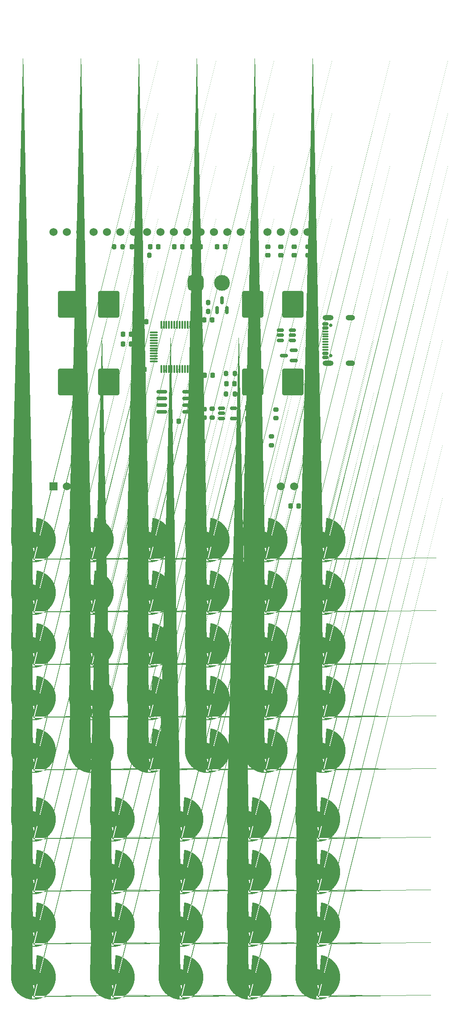
<source format=gts>
%TF.GenerationSoftware,KiCad,Pcbnew,8.0.1*%
%TF.CreationDate,2024-05-18T23:09:03+02:00*%
%TF.ProjectId,DM50,444d3530-2e6b-4696-9361-645f70636258,rev?*%
%TF.SameCoordinates,Original*%
%TF.FileFunction,Soldermask,Top*%
%TF.FilePolarity,Negative*%
%FSLAX46Y46*%
G04 Gerber Fmt 4.6, Leading zero omitted, Abs format (unit mm)*
G04 Created by KiCad (PCBNEW 8.0.1) date 2024-05-18 23:09:03*
%MOMM*%
%LPD*%
G01*
G04 APERTURE LIST*
G04 Aperture macros list*
%AMRoundRect*
0 Rectangle with rounded corners*
0 $1 Rounding radius*
0 $2 $3 $4 $5 $6 $7 $8 $9 X,Y pos of 4 corners*
0 Add a 4 corners polygon primitive as box body*
4,1,4,$2,$3,$4,$5,$6,$7,$8,$9,$2,$3,0*
0 Add four circle primitives for the rounded corners*
1,1,$1+$1,$2,$3*
1,1,$1+$1,$4,$5*
1,1,$1+$1,$6,$7*
1,1,$1+$1,$8,$9*
0 Add four rect primitives between the rounded corners*
20,1,$1+$1,$2,$3,$4,$5,0*
20,1,$1+$1,$4,$5,$6,$7,0*
20,1,$1+$1,$6,$7,$8,$9,0*
20,1,$1+$1,$8,$9,$2,$3,0*%
%AMFreePoly0*
4,1,39,-0.648508,1.451192,-0.414662,1.370913,-0.197219,1.253238,-0.002109,1.101379,0.165343,0.919476,0.300572,0.712493,0.399888,0.486075,0.460583,0.246398,0.481000,0.000000,0.460583,-0.246398,0.399888,-0.486075,0.300572,-0.712493,0.165343,-0.919476,-0.002109,-1.101379,-0.197219,-1.253238,-0.414662,-1.370913,-0.648508,-1.451192,-0.892379,-1.491887,-1.139621,-1.491887,-1.383492,-1.451192,
-1.617338,-1.370913,-1.834781,-1.253238,-2.029891,-1.101379,-2.197343,-0.919476,-2.332572,-0.712493,-2.431888,-0.486075,-2.492583,-0.246398,-2.513000,0.000000,-2.492583,0.246398,-2.431888,0.486075,-2.332572,0.712493,-2.197343,0.919476,-2.029891,1.101379,-1.834781,1.253238,-1.617338,1.370913,-1.383492,1.451192,-1.139621,1.491887,-0.892379,1.491887,-0.648508,1.451192,-0.648508,1.451192,
$1*%
%AMFreePoly1*
4,1,113,0.604838,8.006741,1.001975,7.930199,1.390039,7.816253,1.765514,7.665936,2.125000,7.480608,2.465242,7.261948,2.783158,7.011936,3.075870,6.732836,3.340726,6.427176,3.575328,6.097723,3.777551,5.747463,3.945564,5.379565,4.077845,4.997363,4.173197,4.604318,4.230756,4.203988,4.250000,3.800000,4.230756,3.396012,4.173197,2.995682,4.077845,2.602637,3.945564,2.220435,
3.777551,1.852537,3.575328,1.502277,3.340726,1.172824,3.075870,0.867164,2.783158,0.588064,2.465242,0.338052,2.125000,0.119392,1.765514,-0.065936,1.390039,-0.216253,1.001975,-0.330199,0.604838,-0.406741,0.202223,-0.445186,-0.202223,-0.445186,-0.604838,-0.406741,-1.001975,-0.330199,-1.390039,-0.216253,-1.765514,-0.065936,-2.125000,0.119392,-2.465242,0.338052,-2.783158,0.588064,
-3.075870,0.867164,-3.340726,1.172824,-3.575328,1.502277,-3.777551,1.852537,-3.945564,2.220435,-4.077845,2.602637,-4.173197,2.995682,-4.230756,3.396012,-4.250000,3.800000,-1.954981,3.800000,-1.935082,3.521777,-1.875791,3.249218,-1.778313,2.987872,-1.644635,2.743057,-1.477476,2.519760,-1.280240,2.322524,-1.056943,2.155365,-0.812128,2.021687,-0.550782,1.924209,-0.278223,1.864918,
0.000000,1.845019,0.278223,1.864918,0.550782,1.924209,0.812128,2.021687,1.056943,2.155365,1.280240,2.322524,1.477476,2.519760,1.644635,2.743057,1.778313,2.987872,1.875791,3.249218,1.935082,3.521777,1.954981,3.800000,1.935082,4.078223,1.875791,4.350782,1.778313,4.612128,1.644635,4.856943,1.477476,5.080240,1.280240,5.277476,1.056943,5.444635,0.812128,5.578313,
0.550782,5.675791,0.278223,5.735082,0.000000,5.754981,-0.278223,5.735082,-0.550782,5.675791,-0.812128,5.578313,-1.056943,5.444635,-1.280240,5.277476,-1.477476,5.080240,-1.644635,4.856943,-1.778313,4.612128,-1.875791,4.350782,-1.935082,4.078223,-1.954981,3.800000,-4.250000,3.800000,-4.230756,4.203988,-4.173197,4.604318,-4.077845,4.997363,-3.945564,5.379565,-3.777551,5.747463,
-3.575328,6.097723,-3.340726,6.427176,-3.075870,6.732836,-2.783158,7.011936,-2.465242,7.261948,-2.125000,7.480608,-1.765514,7.665936,-1.390039,7.816253,-1.001975,7.930199,-0.604838,8.006741,-0.202223,8.045186,0.202223,8.045186,0.604838,8.006741,0.604838,8.006741,$1*%
G04 Aperture macros list end*
%ADD10FreePoly0,90.000000*%
%ADD11FreePoly1,0.000000*%
%ADD12RoundRect,0.225000X0.225000X0.250000X-0.225000X0.250000X-0.225000X-0.250000X0.225000X-0.250000X0*%
%ADD13RoundRect,0.200000X-0.275000X0.200000X-0.275000X-0.200000X0.275000X-0.200000X0.275000X0.200000X0*%
%ADD14RoundRect,0.225000X0.250000X-0.225000X0.250000X0.225000X-0.250000X0.225000X-0.250000X-0.225000X0*%
%ADD15RoundRect,0.225000X-0.250000X0.225000X-0.250000X-0.225000X0.250000X-0.225000X0.250000X0.225000X0*%
%ADD16RoundRect,0.225000X-0.225000X-0.250000X0.225000X-0.250000X0.225000X0.250000X-0.225000X0.250000X0*%
%ADD17RoundRect,0.200000X-0.200000X-0.275000X0.200000X-0.275000X0.200000X0.275000X-0.200000X0.275000X0*%
%ADD18RoundRect,0.200000X0.275000X-0.200000X0.275000X0.200000X-0.275000X0.200000X-0.275000X-0.200000X0*%
%ADD19RoundRect,0.150000X0.150000X-0.587500X0.150000X0.587500X-0.150000X0.587500X-0.150000X-0.587500X0*%
%ADD20RoundRect,0.150000X-0.512500X-0.150000X0.512500X-0.150000X0.512500X0.150000X-0.512500X0.150000X0*%
%ADD21RoundRect,0.750000X-0.750000X-0.750000X0.750000X-0.750000X0.750000X0.750000X-0.750000X0.750000X0*%
%ADD22C,3.000000*%
%ADD23RoundRect,0.218750X0.218750X0.256250X-0.218750X0.256250X-0.218750X-0.256250X0.218750X-0.256250X0*%
%ADD24C,0.650000*%
%ADD25RoundRect,0.150000X0.425000X-0.150000X0.425000X0.150000X-0.425000X0.150000X-0.425000X-0.150000X0*%
%ADD26RoundRect,0.075000X0.500000X-0.075000X0.500000X0.075000X-0.500000X0.075000X-0.500000X-0.075000X0*%
%ADD27O,2.100000X1.000000*%
%ADD28O,1.800000X1.000000*%
%ADD29RoundRect,0.150000X0.825000X0.150000X-0.825000X0.150000X-0.825000X-0.150000X0.825000X-0.150000X0*%
%ADD30RoundRect,0.250000X-0.450000X0.325000X-0.450000X-0.325000X0.450000X-0.325000X0.450000X0.325000X0*%
%ADD31R,1.200000X0.600000*%
%ADD32RoundRect,0.200000X0.200000X0.275000X-0.200000X0.275000X-0.200000X-0.275000X0.200000X-0.275000X0*%
%ADD33R,1.524000X1.524000*%
%ADD34C,1.524000*%
%ADD35RoundRect,0.075000X-0.662500X-0.075000X0.662500X-0.075000X0.662500X0.075000X-0.662500X0.075000X0*%
%ADD36RoundRect,0.075000X-0.075000X-0.662500X0.075000X-0.662500X0.075000X0.662500X-0.075000X0.662500X0*%
%ADD37RoundRect,0.150000X0.587500X0.150000X-0.587500X0.150000X-0.587500X-0.150000X0.587500X-0.150000X0*%
%ADD38RoundRect,0.150000X0.512500X0.150000X-0.512500X0.150000X-0.512500X-0.150000X0.512500X-0.150000X0*%
%ADD39RoundRect,0.250000X1.750000X-2.250000X1.750000X2.250000X-1.750000X2.250000X-1.750000X-2.250000X0*%
G04 APERTURE END LIST*
D10*
%TO.C,SW38*%
X93550000Y-184750000D03*
D11*
X93550000Y-189550000D03*
%TD*%
D10*
%TO.C,SW47*%
X132550000Y-194750000D03*
D11*
X132550000Y-199550000D03*
%TD*%
D10*
%TO.C,SW28*%
X100550000Y-161750000D03*
D11*
X100550000Y-166550000D03*
%TD*%
D12*
%TO.C,C11*%
X97075000Y-83750000D03*
X95525000Y-83750000D03*
%TD*%
D10*
%TO.C,SW46*%
X119550000Y-194750000D03*
D11*
X119550000Y-199550000D03*
%TD*%
D10*
%TO.C,SW30*%
X122550000Y-161750000D03*
D11*
X122550000Y-166550000D03*
%TD*%
D12*
%TO.C,C16*%
X99625000Y-90450000D03*
X98075000Y-90450000D03*
%TD*%
D13*
%TO.C,R9*%
X131850000Y-86325000D03*
X131850000Y-87975000D03*
%TD*%
D10*
%TO.C,SW31*%
X133550000Y-161750000D03*
D11*
X133550000Y-166550000D03*
%TD*%
D10*
%TO.C,SW35*%
X119550000Y-174750000D03*
D11*
X119550000Y-179550000D03*
%TD*%
D13*
%TO.C,R11*%
X112450000Y-97900000D03*
X112450000Y-99550000D03*
%TD*%
D14*
%TO.C,C19*%
X121487500Y-99625000D03*
X121487500Y-98075000D03*
%TD*%
D10*
%TO.C,SW29*%
X111550000Y-161750000D03*
D11*
X111550000Y-166550000D03*
%TD*%
D10*
%TO.C,SW21*%
X89550000Y-151750000D03*
D11*
X89550000Y-156550000D03*
%TD*%
D10*
%TO.C,SW36*%
X132550000Y-174750000D03*
D11*
X132550000Y-179550000D03*
%TD*%
D10*
%TO.C,SW10*%
X100550000Y-131750000D03*
D11*
X100550000Y-136550000D03*
%TD*%
D15*
%TO.C,C20*%
X110950000Y-97975000D03*
X110950000Y-99525000D03*
%TD*%
D16*
%TO.C,C8*%
X100675000Y-67150000D03*
X102225000Y-67150000D03*
%TD*%
D10*
%TO.C,SW44*%
X93550000Y-194750000D03*
D11*
X93550000Y-199550000D03*
%TD*%
D10*
%TO.C,SW41*%
X132550000Y-184750000D03*
D11*
X132550000Y-189550000D03*
%TD*%
D10*
%TO.C,SW12*%
X122550000Y-131750000D03*
D11*
X122550000Y-136550000D03*
%TD*%
D10*
%TO.C,SW33*%
X93550000Y-174750000D03*
D11*
X93550000Y-179550000D03*
%TD*%
D12*
%TO.C,C4*%
X110325000Y-67150000D03*
X108775000Y-67150000D03*
%TD*%
D10*
%TO.C,SW40*%
X119550000Y-184750000D03*
D11*
X119550000Y-189550000D03*
%TD*%
D12*
%TO.C,C13*%
X97075000Y-85550000D03*
X95525000Y-85550000D03*
%TD*%
D10*
%TO.C,SW4*%
X100550000Y-121750000D03*
D11*
X100550000Y-126550000D03*
%TD*%
D17*
%TO.C,R7*%
X110087500Y-77750000D03*
X111737500Y-77750000D03*
%TD*%
D16*
%TO.C,C10*%
X97275000Y-67150000D03*
X98825000Y-67150000D03*
%TD*%
D18*
%TO.C,R5*%
X124600000Y-99675000D03*
X124600000Y-98025000D03*
%TD*%
D10*
%TO.C,SW20*%
X78550000Y-151750000D03*
D11*
X78550000Y-156550000D03*
%TD*%
D10*
%TO.C,SW6*%
X122550000Y-121750000D03*
D11*
X122550000Y-126550000D03*
%TD*%
D15*
%TO.C,C6*%
X120450000Y-67150000D03*
X120450000Y-68700000D03*
%TD*%
D10*
%TO.C,SW24*%
X122550000Y-151750000D03*
D11*
X122550000Y-156550000D03*
%TD*%
D12*
%TO.C,C9*%
X114925000Y-67150000D03*
X113375000Y-67150000D03*
%TD*%
D10*
%TO.C,SW13*%
X133550000Y-131750000D03*
D11*
X133550000Y-136550000D03*
%TD*%
D15*
%TO.C,C1*%
X130650000Y-67150000D03*
X130650000Y-68700000D03*
%TD*%
D18*
%TO.C,R10*%
X131850000Y-83275000D03*
X131850000Y-81625000D03*
%TD*%
D19*
%TO.C,Q1*%
X113400000Y-79187500D03*
X115300000Y-79187500D03*
X114350000Y-77312500D03*
%TD*%
D17*
%TO.C,R2*%
X93825000Y-67150000D03*
X95475000Y-67150000D03*
%TD*%
D10*
%TO.C,SW25*%
X133550000Y-151750000D03*
D11*
X133550000Y-156550000D03*
%TD*%
D10*
%TO.C,SW5*%
X111550000Y-121750000D03*
D11*
X111550000Y-126550000D03*
%TD*%
D20*
%TO.C,U5*%
X114262500Y-97800000D03*
X114262500Y-98750000D03*
X114262500Y-99700000D03*
X116537500Y-99700000D03*
X116537500Y-97800000D03*
%TD*%
D15*
%TO.C,C2*%
X128050000Y-67150000D03*
X128050000Y-68700000D03*
%TD*%
%TO.C,C3*%
X125550000Y-67150000D03*
X125550000Y-68700000D03*
%TD*%
D16*
%TO.C,C7*%
X105275000Y-67150000D03*
X106825000Y-67150000D03*
%TD*%
D12*
%TO.C,C15*%
X112569000Y-91512500D03*
X111019000Y-91512500D03*
%TD*%
D10*
%TO.C,SW23*%
X111550000Y-151750000D03*
D11*
X111550000Y-156550000D03*
%TD*%
D10*
%TO.C,SW26*%
X78550000Y-161750000D03*
D11*
X78550000Y-166550000D03*
%TD*%
D13*
%TO.C,R3*%
X123750000Y-103125000D03*
X123750000Y-104775000D03*
%TD*%
D15*
%TO.C,C5*%
X123050000Y-67150000D03*
X123050000Y-68700000D03*
%TD*%
D10*
%TO.C,SW27*%
X89550000Y-161750000D03*
D11*
X89550000Y-166550000D03*
%TD*%
D10*
%TO.C,SW34*%
X106550000Y-174750000D03*
D11*
X106550000Y-179550000D03*
%TD*%
D10*
%TO.C,SW32*%
X78550000Y-174750000D03*
D11*
X78550000Y-179550000D03*
%TD*%
D16*
%TO.C,C17*%
X98375000Y-81350000D03*
X99925000Y-81350000D03*
%TD*%
D10*
%TO.C,SW18*%
X122550000Y-141750000D03*
D11*
X122550000Y-146550000D03*
%TD*%
D10*
%TO.C,SW15*%
X89550000Y-141750000D03*
D11*
X89550000Y-146550000D03*
%TD*%
D10*
%TO.C,SW14*%
X78550000Y-141750000D03*
D11*
X78550000Y-146550000D03*
%TD*%
D21*
%TO.C,BZ1*%
X109350000Y-73950000D03*
D22*
X114350000Y-73950000D03*
%TD*%
D17*
%TO.C,R8*%
X110087500Y-79450000D03*
X111737500Y-79450000D03*
%TD*%
D10*
%TO.C,SW19*%
X133550000Y-141750000D03*
D11*
X133550000Y-146550000D03*
%TD*%
D17*
%TO.C,R4*%
X115125000Y-91150000D03*
X116775000Y-91150000D03*
%TD*%
D23*
%TO.C,D1*%
X128937500Y-116350000D03*
X127362500Y-116350000D03*
%TD*%
D10*
%TO.C,SW43*%
X78550000Y-194750000D03*
D11*
X78550000Y-199550000D03*
%TD*%
D10*
%TO.C,SW17*%
X111550000Y-141750000D03*
D11*
X111550000Y-146550000D03*
%TD*%
D10*
%TO.C,SW37*%
X78550000Y-184750000D03*
D11*
X78550000Y-189550000D03*
%TD*%
D10*
%TO.C,SW8*%
X78550000Y-131750000D03*
D11*
X78550000Y-136550000D03*
%TD*%
D16*
%TO.C,C12*%
X115175000Y-93150000D03*
X116725000Y-93150000D03*
%TD*%
D14*
%TO.C,C21*%
X109550000Y-93025000D03*
X109550000Y-91475000D03*
%TD*%
D10*
%TO.C,SW51*%
X119550000Y-204750000D03*
D11*
X119550000Y-209550000D03*
%TD*%
D10*
%TO.C,SW49*%
X93550000Y-204750000D03*
D11*
X93550000Y-209550000D03*
%TD*%
D24*
%TO.C,J2*%
X135035000Y-87830000D03*
X135035000Y-82050000D03*
D25*
X133960000Y-88140000D03*
X133960000Y-87340000D03*
D26*
X133960000Y-86190000D03*
X133960000Y-85190000D03*
X133960000Y-84690000D03*
X133960000Y-83690000D03*
D25*
X133960000Y-82540000D03*
X133960000Y-81740000D03*
X133960000Y-81740000D03*
X133960000Y-82540000D03*
D26*
X133960000Y-83190000D03*
X133960000Y-84190000D03*
X133960000Y-85690000D03*
X133960000Y-86690000D03*
D25*
X133960000Y-87340000D03*
X133960000Y-88140000D03*
D27*
X134535000Y-89260000D03*
D28*
X138715000Y-89260000D03*
D27*
X134535000Y-80620000D03*
D28*
X138715000Y-80620000D03*
%TD*%
D16*
%TO.C,C14*%
X110925000Y-81000000D03*
X112475000Y-81000000D03*
%TD*%
D10*
%TO.C,SW45*%
X106550000Y-194750000D03*
D11*
X106550000Y-199550000D03*
%TD*%
D17*
%TO.C,R1*%
X98925000Y-68750000D03*
X100575000Y-68750000D03*
%TD*%
D10*
%TO.C,SW50*%
X106550000Y-204750000D03*
D11*
X106550000Y-209550000D03*
%TD*%
D10*
%TO.C,SW39*%
X106550000Y-184750000D03*
D11*
X106550000Y-189550000D03*
%TD*%
D29*
%TO.C,U3*%
X107825000Y-98455000D03*
X107825000Y-97185000D03*
X107825000Y-95915000D03*
X107825000Y-94645000D03*
X102875000Y-94645000D03*
X102875000Y-95915000D03*
X102875000Y-97185000D03*
X102875000Y-98455000D03*
%TD*%
D30*
%TO.C,L1*%
X119387500Y-97725000D03*
X119387500Y-99775000D03*
%TD*%
D10*
%TO.C,SW11*%
X111550000Y-131750000D03*
D11*
X111550000Y-136550000D03*
%TD*%
D31*
%TO.C,Y1*%
X98650000Y-85250000D03*
X98650000Y-84050000D03*
%TD*%
D10*
%TO.C,SW3*%
X89550000Y-121750000D03*
D11*
X89550000Y-126550000D03*
%TD*%
D10*
%TO.C,SW22*%
X100550000Y-151750000D03*
D11*
X100550000Y-156550000D03*
%TD*%
D10*
%TO.C,SW2*%
X78550000Y-121750000D03*
D11*
X78550000Y-126550000D03*
%TD*%
D10*
%TO.C,SW16*%
X100550000Y-141750000D03*
D11*
X100550000Y-146550000D03*
%TD*%
D32*
%TO.C,R6*%
X116775000Y-95050000D03*
X115125000Y-95050000D03*
%TD*%
D16*
%TO.C,C18*%
X104575000Y-100250000D03*
X106125000Y-100250000D03*
%TD*%
D10*
%TO.C,SW52*%
X132550000Y-204750000D03*
D11*
X132550000Y-209550000D03*
%TD*%
D33*
%TO.C,U1*%
X82370000Y-112610000D03*
D34*
X84910000Y-112610000D03*
X87450000Y-112610000D03*
X125550000Y-112610000D03*
X128090000Y-112610000D03*
X130630000Y-112610000D03*
X130630000Y-64350000D03*
X128090000Y-64350000D03*
X125550000Y-64350000D03*
X123010000Y-64350000D03*
X120470000Y-64350000D03*
X117930000Y-64350000D03*
X115390000Y-64350000D03*
X112850000Y-64350000D03*
X110310000Y-64350000D03*
X107770000Y-64350000D03*
X105230000Y-64350000D03*
X102690000Y-64350000D03*
X100150000Y-64350000D03*
X97610000Y-64350000D03*
X95070000Y-64350000D03*
X92530000Y-64350000D03*
X89990000Y-64350000D03*
X87450000Y-64350000D03*
X84910000Y-64350000D03*
X82370000Y-64350000D03*
%TD*%
D10*
%TO.C,SW9*%
X89550000Y-131750000D03*
D11*
X89550000Y-136550000D03*
%TD*%
D35*
%TO.C,U2*%
X101387500Y-83400000D03*
X101387500Y-83900000D03*
X101387500Y-84400000D03*
X101387500Y-84900000D03*
X101387500Y-85400000D03*
X101387500Y-85900000D03*
X101387500Y-86400000D03*
X101387500Y-86900000D03*
X101387500Y-87400000D03*
X101387500Y-87900000D03*
X101387500Y-88400000D03*
X101387500Y-88900000D03*
D36*
X102800000Y-90312500D03*
X103300000Y-90312500D03*
X103800000Y-90312500D03*
X104300000Y-90312500D03*
X104800000Y-90312500D03*
X105300000Y-90312500D03*
X105800000Y-90312500D03*
X106300000Y-90312500D03*
X106800000Y-90312500D03*
X107300000Y-90312500D03*
X107800000Y-90312500D03*
X108300000Y-90312500D03*
D35*
X109712500Y-88900000D03*
X109712500Y-88400000D03*
X109712500Y-87900000D03*
X109712500Y-87400000D03*
X109712500Y-86900000D03*
X109712500Y-86400000D03*
X109712500Y-85900000D03*
X109712500Y-85400000D03*
X109712500Y-84900000D03*
X109712500Y-84400000D03*
X109712500Y-83900000D03*
X109712500Y-83400000D03*
D36*
X108300000Y-81987500D03*
X107800000Y-81987500D03*
X107300000Y-81987500D03*
X106800000Y-81987500D03*
X106300000Y-81987500D03*
X105800000Y-81987500D03*
X105300000Y-81987500D03*
X104800000Y-81987500D03*
X104300000Y-81987500D03*
X103800000Y-81987500D03*
X103300000Y-81987500D03*
X102800000Y-81987500D03*
%TD*%
D10*
%TO.C,SW7*%
X133550000Y-121750000D03*
D11*
X133550000Y-126550000D03*
%TD*%
D37*
%TO.C,D2*%
X127987500Y-88700000D03*
X127987500Y-86800000D03*
X126112500Y-87750000D03*
%TD*%
D10*
%TO.C,SW48*%
X78550000Y-204750000D03*
D11*
X78550000Y-209550000D03*
%TD*%
D38*
%TO.C,U4*%
X127687500Y-84875000D03*
X127687500Y-83925000D03*
X127687500Y-82975000D03*
X125412500Y-82975000D03*
X125412500Y-83925000D03*
X125412500Y-84875000D03*
%TD*%
D39*
%TO.C,BT1*%
X120230000Y-92750000D03*
X127850000Y-92750000D03*
X85180000Y-92750000D03*
X92800000Y-92750000D03*
%TD*%
%TO.C,BT2*%
X120230000Y-78050000D03*
X127850000Y-78050000D03*
X85180000Y-78050000D03*
X92800000Y-78050000D03*
%TD*%
M02*

</source>
